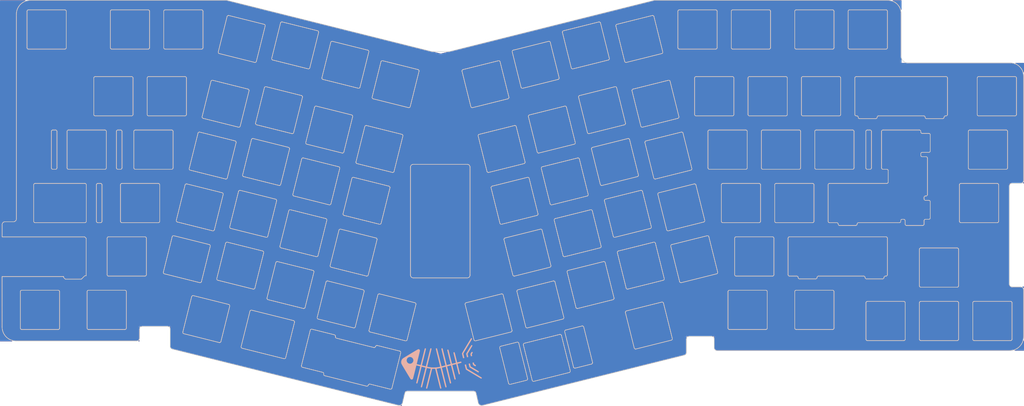
<source format=kicad_pcb>
(kicad_pcb (version 20221018) (generator pcbnew)
  (layers (0 "F.Cu" signal) (31 "B.Cu" signal) (34 "B.Paste" user) (35 "F.Paste" user) (36 "B.SilkS" user "B.Silkscreen") (37 "F.SilkS" user "F.Silkscreen") (38 "B.Mask" user) (39 "F.Mask" user) (44 "Edge.Cuts" user))
  (net 0 "")
  (footprint "MX_plate_cutouts:MX_2.00u_Hybrid_Split" (layer "F.Cu") (at 327.025 271.4625))
  (footprint "MX_plate_cutouts:MX_ISO_Hybrid_ANSI" (layer "F.Cu") (at 327.025 300.0375))
  (footprint "MX_plate_cutouts:MX_2.25u_Hybrid_1.00u_1.25u" (layer "F.Cu") (at 305.59375 328.6125))
  (footprint "MX_plate_cutouts:MX_1.25u_Cutout" (layer "F.Cu") (at 19.84375 347.6625))
  (footprint "MX_plate_cutouts:MX_1.25u_Cutout" (layer "F.Cu") (at 272.25625 347.6625))
  (footprint "MX_plate_cutouts:MX_1.00u_Cutout" (layer "F.Cu") (at 50.8 328.6125))
  (footprint "MX_plate_cutouts:MX_1.75u_Hybrid_Stepped" (layer "F.Cu") (at 29.36875 309.5625))
  (footprint "MX_plate_cutouts:MX_1.50u_Cutout" (layer "F.Cu") (at 36.5125 290.5125))
  (footprint "MX_plate_cutouts:MX_1.00u_Cutout" (layer "F.Cu") (at 91.81059 251.030675 -14))
  (footprint "MX_plate_cutouts:MX_1.00u_Cutout" (layer "F.Cu") (at 145.584446 350.333208 -14))
  (footprint "MX_plate_cutouts:MX_1.25u_Cutout" (layer "F.Cu") (at 79.16796 350.952759 -14))
  (footprint "MX_plate_cutouts:MX_1.00u_Cutout" (layer "F.Cu") (at 234.153302 331.886338 14))
  (footprint "MX_plate_cutouts:MX_1.00u_Cutout" (layer "F.Cu") (at 214.5667 253.328771 14))
  (footprint "MX_plate_cutouts:MX_1.00u_Cutout" (layer "F.Cu") (at 248.6049 311.104109 14))
  (footprint "MX_plate_cutouts:MX_1.00u_Cutout" (layer "F.Cu") (at 243.996288 292.619976 14))
  (footprint "MX_plate_cutouts:MX_1.00u_Cutout" (layer "F.Cu") (at 253.213512 329.588243 14))
  (footprint "MX_plate_cutouts:MX_1.00u_Cutout" (layer "F.Cu") (at 239.387676 274.135842 14))
  (footprint "MX_plate_cutouts:MX_1.00u_Cutout" (layer "F.Cu") (at 224.936078 294.918071 14))
  (footprint "MX_plate_cutouts:MX_1.25u_Cutout" (layer "F.Cu") (at 237.027474 353.257065 14))
  (footprint "MX_plate_cutouts:MX_1.00u_Cutout" (layer "F.Cu") (at 233.62691 251.030675 14))
  (footprint "MX_plate_cutouts:MX_1.00u_Cutout" (layer "F.Cu") (at 220.327465 276.433938 14))
  (footprint "MX_plate_cutouts:MX_1.00u_Cutout" (layer "F.Cu") (at 196.658643 260.247899 14))
  (footprint "MX_plate_cutouts:MX_1.00u_Cutout" (layer "F.Cu") (at 229.54469 313.402205 14))
  (footprint "MX_plate_cutouts:MX_1.00u_Cutout" (layer "F.Cu") (at 202.419408 283.353066 14))
  (footprint "MX_plate_cutouts:MX_1.00u_Cutout" (layer "F.Cu") (at 216.245245 338.805467 14))
  (footprint "MX_plate_cutouts:MX_1.00u_Cutout" (layer "F.Cu") (at 207.02802 301.8372 14))
  (footprint "MX_plate_cutouts:MX_1.00u_Cutout" (layer "F.Cu") (at 211.636633 320.321333 14))
  (footprint "MX_plate_cutouts:MX_2.75u_Cutout" (layer "F.Cu") (at 200.635283 364.784806 -166))
  (footprint "MX_plate_cutouts:MX_1.00u_Cutout" (layer "F.Cu") (at 184.511351 290.272195 14))
  (footprint "MX_plate_cutouts:MX_1.00u_Cutout" (layer "F.Cu") (at 198.337188 345.724596 14))
  (footprint "MX_plate_cutouts:MX_1.00u_Cutout" (layer "F.Cu") (at 178.750586 267.167028 14))
  (footprint "MX_plate_cutouts:MX_1.00u_Cutout" (layer "F.Cu") (at 189.119963 308.756329 14))
  (footprint "MX_plate_cutouts:MX_1.00u_Cutout" (layer "F.Cu") (at 193.728575 327.240462 14))
  (footprint "MX_plate_cutouts:MX_1.00u_Cutout" (layer "F.Cu") (at 179.853054 350.333208 14))
  (footprint "MX_plate_cutouts:MX_1.00u_Cutout" (layer "F.Cu") (at 321.46875 351.63125))
  (footprint "MX_plate_cutouts:MX_1.00u_Cutout" (layer "F.Cu") (at 361.15625 271.4625))
  (footprint "MX_plate_cutouts:MX_2.00u_Cutout" (layer "F.Cu") (at 131.733767 366.513036 -14))
  (footprint "MX_plate_cutouts:MX_1.25u_Cutout" (layer "F.Cu") (at 102.273127 356.713524 -14))
  (footprint "MX_plate_cutouts:MX_1.00u_Cutout" (layer "F.Cu") (at 55.5625 309.5625))
  (footprint "MX_plate_cutouts:MX_1.25u_Cutout" (layer "F.Cu") (at 43.65625 347.6625))
  (footprint "MX_plate_cutouts:MX_1.00u_Cutout" (layer "F.Cu") (at 51.943 247.65))
  (footprint "MX_plate_cutouts:MX_1.00u_Cutout" (layer "F.Cu") (at 288.925 309.5625))
  (footprint "MX_plate_cutouts:MX_1.00u_Cutout" (layer "F.Cu") (at 359.56875 351.63125))
  (footprint "MX_plate_cutouts:MX_1.00u_Cutout" (layer "F.Cu") (at 95.89281 313.402205 -14))
  (footprint "MX_plate_cutouts:MX_1.00u_Cutout" (layer "F.Cu") (at 279.4 271.4625))
  (footprint "MX_plate_cutouts:MX_1.00u_Cutout" (layer "F.Cu") (at 65.0875 271.4625))
  (footprint "MX_plate_cutouts:MX_1.00u_Cutout" (layer "F.Cu") (at 298.45 271.4625))
  (footprint "MX_plate_cutouts:MX_1.00u_Cutout" (layer "F.Cu") (at 91.284198 331.886338 -14))
  (footprint "MX_plate_cutouts:MX_1.00u_Cutout" (layer "F.Cu") (at 354.80625 309.5625))
  (footprint "MX_plate_cutouts:MX_1.00u_Cutout" (layer "F.Cu") (at 273.431 247.65))
  (footprint "MX_plate_cutouts:MX_1.00u_Cutout" (layer "F.Cu") (at 105.110035 276.433938 -14))
  (footprint "MX_plate_cutouts:MX_1.00u_Cutout" (layer "F.Cu") (at 72.223988 329.588243 -14))
  (footprint "MX_plate_cutouts:MX_1.00u_Cutout" (layer "F.Cu") (at 340.51875 332.58125))
  (footprint "MX_plate_cutouts:MX_1.00u_Cutout" (layer "F.Cu") (at 265.1125 290.5125))
  (footprint "MX_plate_cutouts:MX_1.00u_Cutout" (layer "F.Cu") (at 315.11875 247.65))
  (footprint "MX_plate_cutouts:MX_1.00u_Cutout" (layer "F.Cu") (at 140.926149 290.272195 -14))
  (footprint "MX_plate_cutouts:MX_1.00u_Cutout" (layer "F.Cu") (at 113.800867 320.321333 -14))
  (footprint "MX_plate_cutouts:MX_1.00u_Cutout" (layer "F.Cu") (at 254.381 247.65))
  (footprint "MX_plate_cutouts:MX_1.00u_Cutout" (layer "F.Cu") (at 22.225 247.65))
  (footprint "MX_plate_cutouts:MX_1.00u_Cutout" (layer "F.Cu") (at 86.049824 274.135842 -14))
  (footprint "MX_plate_cutouts:MX_1.00u_Cutout" (layer "F.Cu") (at 131.708925 327.240462 -14))
  (footprint "MX_plate_cutouts:MX_1.25u_Cutout" (layer "F.Cu") (at 296.06875 347.6625))
  (footprint "MX_plate_cutouts:MX_1.00u_Cutout" (layer "F.Cu") (at 303.2125 290.5125))
  (footprint "MX_plate_cutouts:MX_1.00u_Cutout" (layer "F.Cu") (at 110.8708 253.328771 -14))
  (footprint "MX_plate_cutouts:MX_1.00u_Cutout" (layer "F.Cu") (at 340.51875 351.63125))
  (footprint "MX_plate_cutouts:MX_1.00u_Cutout" (layer "F.Cu") (at 123.018092 283.353066 -14))
  (footprint "MX_plate_cutouts:MX_1.00u_Cutout" (layer "F.Cu") (at 100.501422 294.918071 -14))
  (footprint "MX_plate_cutouts:MX_1.00u_Cutout" (layer "F.Cu") (at 127.100312 345.724596 -14))
  (footprint "MX_plate_cutouts:MX_1.00u_Cutout" (layer "F.Cu") (at 70.993 247.65))
  (footprint "MX_plate_cutouts:MX_1.00u_Cutout" (layer "F.Cu") (at 274.6375 328.6125))
  (footprint "MX_plate_cutouts:MX_1.00u_Cutout" (layer "F.Cu") (at 76.8326 311.104109 -14))
  (footprint "MX_plate_cutouts:MX_1.00u_Cutout" (layer "F.Cu") (at 81.441212 292.619976 -14))
  (footprint "MX_plate_cutouts:MX_1.00u_Cutout" (layer "F.Cu") (at 260.35 271.4625))
  (footprint "MX_plate_cutouts:MX_1.00u_Cutout" (layer "F.Cu") (at 269.875 309.5625))
  (footprint "MX_plate_cutouts:MX_1.00u_Cutout" (layer "F.Cu") (at 357.98125 290.5125))
  (footprint "MX_plate_cutouts:MX_1.00u_Cutout" (layer "F.Cu") (at 136.317537 308.756329 -14))
  (footprint "MX_plate_cutouts:MX_1.00u_Cutout" (layer "F.Cu") (at 46.0375 271.4625))
  (footprint "MX_plate_cutouts:MX_1.00u_Cutout" (layer "F.Cu") (at 284.1625 290.5125))
  (footprint "MX_plate_cutouts:MX_1.00u_Cutout" (layer "F.Cu") (at 109.192255 338.805467 -14))
  (footprint "MX_plate_cutouts:MX_1.00u_Cutout" (layer "F.Cu") (at 60.325 290.5125))
  (footprint "MX_plate_cutouts:MX_1.00u_Cutout" (layer "F.Cu") (at 128.778857 260.247899 -14))
  (footprint "MX_plate_cutouts:MX_1.00u_Cutout" (layer "F.Cu") (at 146.686914 267.167028 -14))
  (footprint "MX_plate_cutouts:MX_1.00u_Cutout" (layer "F.Cu") (at 118.40948 301.8372 -14))
  (footprint "MX_plate_cutouts:MX_1.00u_Cutout" (layer "F.Cu") (at 296.06875 247.65))
  (footprint "redherring:logo" (layer "B.Cu") (at 163.068 366.776 180))
  (gr_line (start 365.713 362.204) (end 261.366 362.204) (stroke (width 0.2)) (layer "Edge.Cuts"))
  (gr_line (start 322.2625 237.236) (end 238.91875 237.236) (stroke (width 0.2)) (layer "Edge.Cuts"))
  (gr_line (start 177.75 381.75) (end 249.674416 363.824663) (stroke (width 0.2)) (layer "Edge.Cuts"))
  (gr_line (start 370.713 264.31875) (end 370.713 301.498) (stroke (width 0.2)) (layer "Edge.Cuts"))
  (gr_arc (start 370.713 357.204) (mid 369.248534 360.739534) (end 365.713 362.204) (stroke (width 0.2)) (layer "Edge.Cuts"))
  (gr_arc (start 11.43 242.236) (mid 12.894466 238.700466) (end 16.43 237.236) (stroke (width 0.2)) (layer "Edge.Cuts"))
  (gr_line (start 147.75 381.75) (end 67.042673 361.6602) (stroke (width 0.2)) (layer "Edge.Cuts"))
  (gr_line (start 11.35 358.775) (end 54.356 358.775) (stroke (width 0.2)) (layer "Edge.Cuts"))
  (gr_line (start 165.862 255.524) (end 238.91875 237.236) (stroke (width 0.2)) (layer "Edge.Cuts"))
  (gr_line (start 16.43 237.236) (end 86.51875 237.236) (stroke (width 0.2)) (layer "Edge.Cuts"))
  (gr_line (start 152 296.75) (end 152 335.25) (stroke (width 0.2)) (layer "Edge.Cuts"))
  (gr_line (start 153 336.25) (end 172.25 336.25) (stroke (width 0.2)) (layer "Edge.Cuts"))
  (gr_line (start 173.25 296.75) (end 173.25 335.25) (stroke (width 0.2)) (layer "Edge.Cuts"))
  (gr_arc (start 365.9505 259.55625) (mid 369.318096 260.951154) (end 370.713 264.31875) (stroke (width 0.2)) (layer "Edge.Cuts"))
  (gr_line (start 159.639 255.524) (end 86.51875 237.236) (stroke (width 0.2)) (layer "Edge.Cuts"))
  (gr_arc (start 174.409871 376.682) (mid 175.022023 376.88712) (end 175.387 377.419657) (stroke (width 0.2)) (layer "Edge.Cuts"))
  (gr_line (start 370.713 340.487) (end 370.713 357.204) (stroke (width 0.2)) (layer "Edge.Cuts"))
  (gr_line (start 172.25 295.75) (end 153 295.75) (stroke (width 0.2)) (layer "Edge.Cuts"))
  (gr_arc (start 11.35 358.775) (mid 7.814466 357.310534) (end 6.35 353.775) (stroke (width 0.2)) (layer "Edge.Cuts"))
  (gr_line (start 7.366 316.23) (end 10.414 316.23) (stroke (width 0.2)) (layer "Edge.Cuts"))
  (gr_line (start 259.334 357.124) (end 251.46 357.124) (stroke (width 0.2)) (layer "Edge.Cuts"))
  (gr_arc (start 55.372 357.759) (mid 55.07442 358.47742) (end 54.356 358.775) (stroke (width 0.2)) (layer "Edge.Cuts"))
  (gr_arc (start 177.749998 381.749998) (mid 176.782805 381.626625) (end 176.173045 380.865785) (stroke (width 0.2)) (layer "Edge.Cuts"))
  (gr_arc (start 322.2625 237.236) (mid 325.630096 238.630904) (end 327.025 241.9985) (stroke (width 0.2)) (layer "Edge.Cuts"))
  (gr_line (start 55.372 357.759) (end 55.372 354.584) (stroke (width 0.2)) (layer "Edge.Cuts"))
  (gr_arc (start 172.25 295.75) (mid 172.957107 296.042893) (end 173.25 296.75) (stroke (width 0.2)) (layer "Edge.Cuts"))
  (gr_line (start 149.987 377.418883) (end 149.199241 380.768497) (stroke (width 0.2)) (layer "Edge.Cuts"))
  (gr_arc (start 11.43 315.214) (mid 11.13242 315.93242) (end 10.414 316.23) (stroke (width 0.2)) (layer "Edge.Cuts"))
  (gr_line (start 366.649 302.514) (end 369.697 302.514) (stroke (width 0.2)) (layer "Edge.Cuts"))
  (gr_line (start 34.825 336.493553) (end 34.613 336.705553) (stroke (width 0.2)) (layer "Edge.Cuts"))
  (gr_line (start 260.35 361.188) (end 260.35 358.14) (stroke (width 0.2)) (layer "Edge.Cuts"))
  (gr_arc (start 65.278 353.568) (mid 65.99642 353.86558) (end 66.294 354.584) (stroke (width 0.2)) (layer "Edge.Cuts"))
  (gr_line (start 27.863 335.786447) (end 6.33 335.786447) (stroke (width 0.2)) (layer "Edge.Cuts"))
  (gr_line (start 36.335 335.14) (end 36.335 335.493553) (stroke (width 0.2)) (layer "Edge.Cuts"))
  (gr_arc (start 55.372 354.584) (mid 55.66958 353.86558) (end 56.388 353.568) (stroke (width 0.2)) (layer "Edge.Cuts"))
  (gr_arc (start 149.199241 380.768497) (mid 148.669733 381.547341) (end 147.750001 381.749999) (stroke (width 0.2)) (layer "Edge.Cuts"))
  (gr_line (start 369.697 339.471) (end 366.649 339.471) (stroke (width 0.2)) (layer "Edge.Cuts"))
  (gr_line (start 175.387 377.419657) (end 176.173045 380.865785) (stroke (width 0.2)) (layer "Edge.Cuts"))
  (gr_line (start 250.444 358.14) (end 250.444 362.839) (stroke (width 0.2)) (layer "Edge.Cuts"))
  (gr_line (start 35.825 321.63) (end 36.335 322.14) (stroke (width 0.2)) (layer "Edge.Cuts"))
  (gr_line (start 159.639 255.524) (end 165.862 255.524) (stroke (width 0.2)) (layer "Edge.Cuts"))
  (gr_arc (start 67.042673 361.6602) (mid 66.502578 361.296706) (end 66.294 360.68) (stroke (width 0.2)) (layer "Edge.Cuts"))
  (gr_arc (start 149.987 377.418883) (mid 150.352078 376.886878) (end 150.963908 376.682) (stroke (width 0.2)) (layer "Edge.Cuts"))
  (gr_line (start 36.335 335.493553) (end 35.825 335.493553) (stroke (width 0.2)) (layer "Edge.Cuts"))
  (gr_line (start 365.9505 259.55625) (end 329.40625 259.55625) (stroke (width 0.2)) (layer "Edge.Cuts"))
  (gr_line (start 6.35 321.63) (end 35.825 321.63) (stroke (width 0.2)) (layer "Edge.Cuts"))
  (gr_line (start 35.825 335.493553) (end 35.259447 336.059106) (stroke (width 0.2)) (layer "Edge.Cuts"))
  (gr_arc (start 370.713 301.498) (mid 370.41542 302.21642) (end 369.697 302.514) (stroke (width 0.2)) (layer "Edge.Cuts"))
  (gr_arc (start 365.633 303.53) (mid 365.93058 302.81158) (end 366.649 302.514) (stroke (width 0.2)) (layer "Edge.Cuts"))
  (gr_line (start 28.297447 336.14) (end 28.297447 335.786447) (stroke (width 0.2)) (layer "Edge.Cuts"))
  (gr_line (start 365.633 338.455) (end 365.633 303.53) (stroke (width 0.2)) (layer "Edge.Cuts"))
  (gr_line (start 6.35 317.246) (end 6.35 321.63) (stroke (width 0.2)) (layer "Edge.Cuts"))
  (gr_arc (start 250.444 358.14) (mid 250.74158 357.42158) (end 251.46 357.124) (stroke (width 0.2)) (layer "Edge.Cuts"))
  (gr_arc (start 153 336.25) (mid 152.292893 335.957107) (end 152 335.25) (stroke (width 0.2)) (layer "Edge.Cuts"))
  (gr_line (start 11.43 315.214) (end 11.43 242.236) (stroke (width 0.2)) (layer "Edge.Cuts"))
  (gr_line (start 35.259447 336.059106) (end 34.825 336.493553) (stroke (width 0.2)) (layer "Edge.Cuts"))
  (gr_arc (start 329.40625 259.55625) (mid 327.722452 258.858798) (end 327.025 257.175) (stroke (width 0.2)) (layer "Edge.Cuts"))
  (gr_arc (start 369.697 339.471) (mid 370.41542 339.76858) (end 370.713 340.487) (stroke (width 0.2)) (layer "Edge.Cuts"))
  (gr_line (start 150.963908 376.682) (end 174.409871 376.682) (stroke (width 0.2)) (layer "Edge.Cuts"))
  (gr_line (start 327.025 241.9985) (end 327.025 257.175) (stroke (width 0.2)) (layer "Edge.Cuts"))
  (gr_arc (start 6.35 317.246) (mid 6.64758 316.52758) (end 7.366 316.23) (stroke (width 0.2)) (layer "Edge.Cuts"))
  (gr_arc (start 261.366 362.204) (mid 260.64758 361.90642) (end 260.35 361.188) (stroke (width 0.2)) (layer "Edge.Cuts"))
  (gr_arc (start 259.334 357.124) (mid 260.05242 357.42158) (end 260.35 358.14) (stroke (width 0.2)) (layer "Edge.Cuts"))
  (gr_line (start 28.863 336.705553) (end 28.297447 336.14) (stroke (width 0.2)) (layer "Edge.Cuts"))
  (gr_arc (start 366.649 339.471) (mid 365.93058 339.17342) (end 365.633 338.455) (stroke (width 0.2)) (layer "Edge.Cuts"))
  (gr_line (start 34.613 336.705553) (end 28.863 336.705553) (stroke (width 0.2)) (layer "Edge.Cuts"))
  (gr_arc (start 173.25 335.25) (mid 172.957107 335.957107) (end 172.25 336.25) (stroke (width 0.2)) (layer "Edge.Cuts"))
  (gr_line (start 36.335 322.14) (end 36.335 335.14) (stroke (width 0.2)) (layer "Edge.Cuts"))
  (gr_line (start 56.388 353.568) (end 65.278 353.568) (stroke (width 0.2)) (layer "Edge.Cuts"))
  (gr_line (start 28.297447 335.786447) (end 27.863 335.786447) (stroke (width 0.2)) (layer "Edge.Cuts"))
  (gr_line (start 6.35 353.775) (end 6.33 335.786447) (stroke (width 0.2)) (layer "Edge.Cuts"))
  (gr_arc (start 250.444 362.839) (mid 250.228816 363.464258) (end 249.674416 363.824663) (stroke (width 0.2)) (layer "Edge.Cuts"))
  (gr_arc (start 152 296.75) (mid 152.292893 296.042893) (end 153 295.75) (stroke (width 0.2)) (layer "Edge.Cuts"))
  (gr_line (start 66.294 354.584) (end 66.294 360.68) (stroke (width 0.2)) (layer "Edge.Cuts"))
  (zone (net 0) (net_name "") (layer "F.Cu") (connect_pads (clearance 0.508)) (min_thickness 0.254) (fill yes (thermal_gap 0.508) (thermal_bridge_width 0.508))
    (polygon (pts (xy 162.814 256.286) (xy 238.76 237.236) (xy 327.152 237.236) (xy 327.152 259.588) (xy 370.84 259.588) (xy 370.84 302.514) (xy 365.76 302.514) (xy 365.76 339.344) (xy 370.84 339.344) (xy 370.84 362.204) (xy 260.35 362.204) (xy 260.35 357.124) (xy 250.444 357.124) (xy 250.444 363.728) (xy 176.53 382.016) (xy 175.26 376.682) (xy 150.114 376.682) (xy 148.844 382.016) (xy 66.294 361.442) (xy 66.294 353.568) (xy 55.372 353.568) (xy 55.372 358.902) (xy 5.588 358.902) (xy 5.588 341.122) (xy 5.588 316.484) (xy 5.588 237.236) (xy 86.868 237.236)))
  )
  (zone (net 0) (net_name "") (layer "B.Cu") (connect_pads (clearance 0.508)) (min_thickness 0.254) (fill yes (thermal_gap 0.508) (thermal_bridge_width 0.508))
    (polygon (pts (xy 162.814 256.286) (xy 238.76 237.236) (xy 327.152 237.236) (xy 327.152 259.588) (xy 370.84 259.588) (xy 370.84 302.514) (xy 365.76 302.514) (xy 365.76 339.344) (xy 370.84 339.344) (xy 370.84 362.204) (xy 260.35 362.204) (xy 260.35 357.124) (xy 250.444 357.124) (xy 250.444 363.728) (xy 176.53 382.016) (xy 175.26 376.682) (xy 150.114 376.682) (xy 148.844 382.016) (xy 66.294 361.442) (xy 66.294 353.568) (xy 55.372 353.568) (xy 55.372 358.902) (xy 5.588 358.902) (xy 5.588 341.122) (xy 5.588 316.484) (xy 5.588 237.236) (xy 86.868 237.236)))
  )
)
</source>
